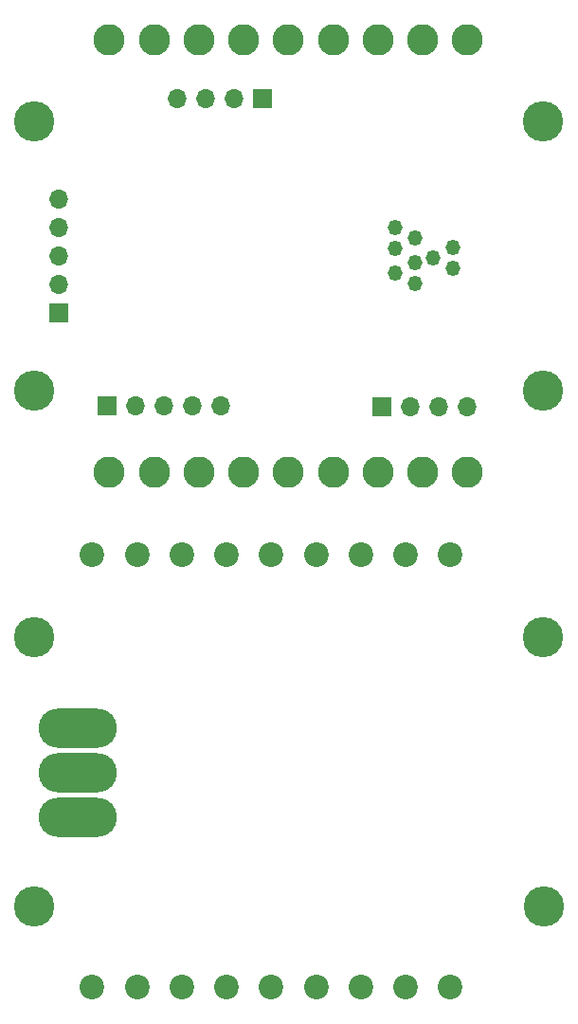
<source format=gbr>
%TF.GenerationSoftware,KiCad,Pcbnew,7.0.1*%
%TF.CreationDate,2023-06-12T22:17:34+07:00*%
%TF.ProjectId,servo_motor,73657276-6f5f-46d6-9f74-6f722e6b6963,rev?*%
%TF.SameCoordinates,Original*%
%TF.FileFunction,Soldermask,Bot*%
%TF.FilePolarity,Negative*%
%FSLAX46Y46*%
G04 Gerber Fmt 4.6, Leading zero omitted, Abs format (unit mm)*
G04 Created by KiCad (PCBNEW 7.0.1) date 2023-06-12 22:17:34*
%MOMM*%
%LPD*%
G01*
G04 APERTURE LIST*
%ADD10R,1.700000X1.700000*%
%ADD11O,1.700000X1.700000*%
%ADD12C,3.600000*%
%ADD13O,1.300000X1.400000*%
%ADD14O,7.000000X3.500000*%
%ADD15C,2.200000*%
%ADD16C,2.800000*%
G04 APERTURE END LIST*
D10*
%TO.C,J2*%
X128000000Y-65775000D03*
D11*
X128000000Y-63235000D03*
X128000000Y-60695000D03*
X128000000Y-58155000D03*
X128000000Y-55615000D03*
%TD*%
D12*
%TO.C,H3*%
X171265018Y-48700167D03*
%TD*%
%TO.C,H5*%
X125799018Y-94782178D03*
%TD*%
D13*
%TO.C,U4*%
X163234007Y-61816828D03*
X163234007Y-59916828D03*
X161434007Y-60866828D03*
X159834007Y-63166828D03*
X159834007Y-61266828D03*
X158034007Y-62216828D03*
X158034007Y-58167828D03*
X158034007Y-60067828D03*
X159834007Y-59117828D03*
%TD*%
D12*
%TO.C,H6*%
X125799018Y-118782200D03*
%TD*%
D14*
%TO.C,J3*%
X129736018Y-102834178D03*
X129736018Y-106834178D03*
X129736018Y-110834178D03*
%TD*%
D10*
%TO.C,J6*%
X132320000Y-74100000D03*
D11*
X134860000Y-74100000D03*
X137400000Y-74100000D03*
X139940000Y-74100000D03*
X142480000Y-74100000D03*
%TD*%
D15*
%TO.C,P1*%
X131006018Y-87403178D03*
X135006018Y-87403178D03*
X139006018Y-87403178D03*
X143006018Y-87403178D03*
X147006018Y-87403178D03*
X151006018Y-87403178D03*
X155006018Y-87403178D03*
X159006018Y-87403178D03*
X163006018Y-87403178D03*
%TD*%
D12*
%TO.C,H7*%
X171265018Y-94782178D03*
%TD*%
D15*
%TO.C,P3*%
X131006018Y-126011178D03*
X135006018Y-126011178D03*
X139006018Y-126011178D03*
X143006018Y-126011178D03*
X147006018Y-126011178D03*
X151006018Y-126011178D03*
X155006018Y-126011178D03*
X159006018Y-126011178D03*
X163006018Y-126011178D03*
%TD*%
D12*
%TO.C,H4*%
X171265018Y-72700187D03*
%TD*%
%TO.C,H1*%
X125799018Y-48700167D03*
%TD*%
D10*
%TO.C,J4*%
X156873218Y-74144378D03*
D11*
X159413218Y-74144378D03*
X161953218Y-74144378D03*
X164493218Y-74144378D03*
%TD*%
D12*
%TO.C,H2*%
X125799018Y-72700187D03*
%TD*%
D10*
%TO.C,J1*%
X146246018Y-46636178D03*
D11*
X143706018Y-46636178D03*
X141166018Y-46636178D03*
X138626018Y-46636178D03*
%TD*%
D16*
%TO.C,P2*%
X132532018Y-80037178D03*
X136532018Y-80037178D03*
X140532018Y-80037178D03*
X144532018Y-80037178D03*
X148532018Y-80037178D03*
X152532018Y-80037178D03*
X156532018Y-80037178D03*
X160532018Y-80037178D03*
X164532018Y-80037178D03*
%TD*%
D12*
%TO.C,H8*%
X171392018Y-118782200D03*
%TD*%
D16*
%TO.C,P4*%
X132532018Y-41429178D03*
X136532018Y-41429178D03*
X140532018Y-41429178D03*
X144532018Y-41429178D03*
X148532018Y-41429178D03*
X152532018Y-41429178D03*
X156532018Y-41429178D03*
X160532018Y-41429178D03*
X164532018Y-41429178D03*
%TD*%
M02*

</source>
